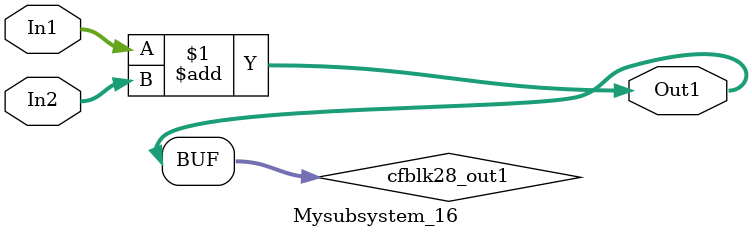
<source format=v>



`timescale 1 ns / 1 ns

module Mysubsystem_16
          (In1,
           In2,
           Out1);


  input   [7:0] In1;  // uint8
  input   [7:0] In2;  // uint8
  output  [7:0] Out1;  // uint8


  wire [7:0] cfblk28_out1;  // uint8


  assign cfblk28_out1 = In1 + In2;



  assign Out1 = cfblk28_out1;

endmodule  // Mysubsystem_16


</source>
